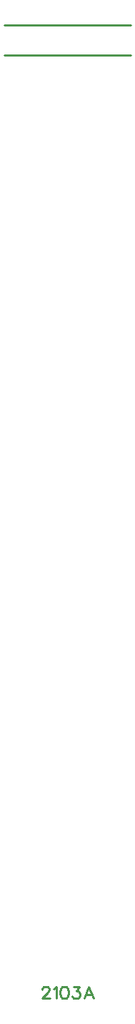
<source format=gto>
G04 Layer: TopSilkscreenLayer*
G04 EasyEDA v6.5.29, 2023-07-18 11:26:45*
G04 a794a4778db64c7d861d37b3cbaf2f3d,5a6b42c53f6a479593ecc07194224c93,10*
G04 Gerber Generator version 0.2*
G04 Scale: 100 percent, Rotated: No, Reflected: No *
G04 Dimensions in millimeters *
G04 leading zeros omitted , absolute positions ,4 integer and 5 decimal *
%FSLAX45Y45*%
%MOMM*%

%ADD10C,0.2540*%

%LPD*%
D10*
X451357Y777747D02*
G01*
X451357Y784605D01*
X458215Y798068D01*
X465073Y804926D01*
X478536Y811784D01*
X505968Y811784D01*
X519429Y804926D01*
X526287Y798068D01*
X533145Y784605D01*
X533145Y770889D01*
X526287Y757173D01*
X512571Y736854D01*
X444500Y668528D01*
X540004Y668528D01*
X584962Y784605D02*
G01*
X598678Y791210D01*
X618997Y811784D01*
X618997Y668528D01*
X704850Y811784D02*
G01*
X684529Y804926D01*
X670813Y784605D01*
X663956Y750315D01*
X663956Y729995D01*
X670813Y695960D01*
X684529Y675386D01*
X704850Y668528D01*
X718565Y668528D01*
X739140Y675386D01*
X752602Y695960D01*
X759459Y729995D01*
X759459Y750315D01*
X752602Y784605D01*
X739140Y804926D01*
X718565Y811784D01*
X704850Y811784D01*
X818134Y811784D02*
G01*
X893063Y811784D01*
X852170Y757173D01*
X872743Y757173D01*
X886206Y750315D01*
X893063Y743457D01*
X899922Y723137D01*
X899922Y709421D01*
X893063Y689102D01*
X879602Y675386D01*
X859027Y668528D01*
X838708Y668528D01*
X818134Y675386D01*
X811275Y682244D01*
X804418Y695960D01*
X999490Y811784D02*
G01*
X944879Y668528D01*
X999490Y811784D02*
G01*
X1054100Y668528D01*
X965454Y716279D02*
G01*
X1033525Y716279D01*
X0Y11823700D02*
G01*
X1497208Y11823700D01*
X0Y12179300D02*
G01*
X1497208Y12179300D01*
M02*

</source>
